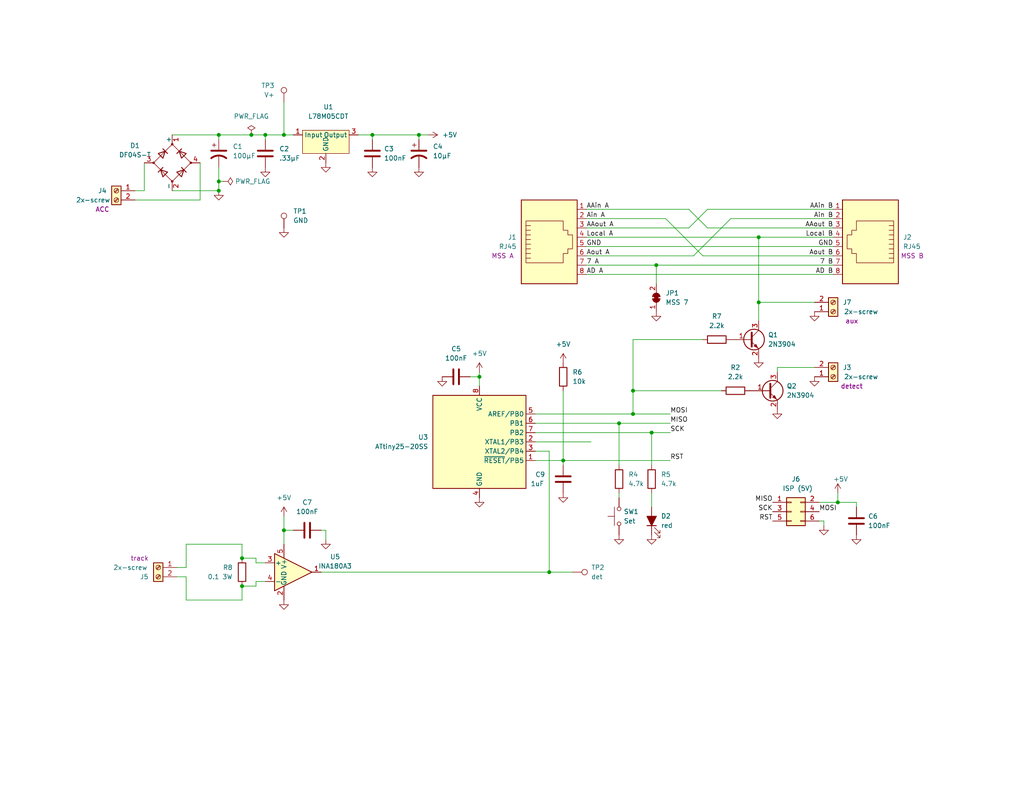
<source format=kicad_sch>
(kicad_sch (version 20230121) (generator eeschema)
  (paper "A")
  (title_block (title "MSS Crossover Node") (date "2024-03-23") (rev "3.0"))
  (lib_symbols
    (symbol "Amplifier_Current:INA180A3" (pin_names (offset 0.127))
      (property "Reference" "U" (at 3.81 3.81 0))
      (property "Value" "INA180A3" (at 3.81 -2.54 0))
      (symbol "INA180A3_0_1"
        (polyline (pts (xy 5.08 0) (xy -5.08 5.08) (xy -5.08 -5.08) (xy 5.08 0)) (stroke (width 0.254)) (fill (type background)))
      )
      (symbol "INA180A3_1_1"
        (pin output line (at 7.62 0 180) (length 2.54) (name "~") (number "1"))
        (pin power_in line (at -2.54 -7.62 90) (length 3.81) (name "GND") (number "2"))
        (pin input line (at -7.62 2.54 0) (length 2.54) (name "+") (number "3"))
        (pin input line (at -7.62 -2.54 0) (length 2.54) (name "-") (number "4"))
        (pin power_in line (at -2.54 7.62 270) (length 3.81) (name "V+") (number "5"))
      )
    )
    (symbol "Connector:8P8C" (pin_names (offset 1.016))
      (property "Reference" "J" (at -5.08 13.97 0))
      (property "Value" "8P8C" (at 2.54 13.97 0))
      (symbol "8P8C_0_1"
        (polyline (pts (xy -5.08 4.445) (xy -6.35 4.445)))
        (polyline (pts (xy -5.08 5.715) (xy -6.35 5.715)))
        (polyline (pts (xy -6.35 -3.175) (xy -5.08 -3.175) (xy -5.08 -3.175)))
        (polyline (pts (xy -6.35 -1.905) (xy -5.08 -1.905) (xy -5.08 -1.905)))
        (polyline (pts (xy -6.35 -0.635) (xy -5.08 -0.635) (xy -5.08 -0.635)))
        (polyline (pts (xy -6.35 0.635) (xy -5.08 0.635) (xy -5.08 0.635)))
        (polyline (pts (xy -6.35 1.905) (xy -5.08 1.905) (xy -5.08 1.905)))
        (polyline (pts (xy -5.08 3.175) (xy -6.35 3.175) (xy -6.35 3.175)))
        (polyline (pts (xy -6.35 -4.445) (xy -6.35 6.985) (xy 3.81 6.985) (xy 3.81 4.445) (xy 5.08 4.445) (xy 5.08 3.175) (xy 6.35 3.175) (xy 6.35 -0.635) (xy 5.08 -0.635) (xy 5.08 -1.905) (xy 3.81 -1.905) (xy 3.81 -4.445) (xy -6.35 -4.445) (xy -6.35 -4.445)))
        (rectangle (start 7.62 12.7) (end -7.62 -10.16) (stroke (width 0.254)) (fill (type background)))
      )
      (symbol "8P8C_1_1"
        (pin passive line (at 10.16 -7.62 180) (length 2.54) (name "~") (number "1"))
        (pin passive line (at 10.16 -5.08 180) (length 2.54) (name "~") (number "2"))
        (pin passive line (at 10.16 -2.54 180) (length 2.54) (name "~") (number "3"))
        (pin passive line (at 10.16 0 180) (length 2.54) (name "~") (number "4"))
        (pin passive line (at 10.16 2.54 180) (length 2.54) (name "~") (number "5"))
        (pin passive line (at 10.16 5.08 180) (length 2.54) (name "~") (number "6"))
        (pin passive line (at 10.16 7.62 180) (length 2.54) (name "~") (number "7"))
        (pin passive line (at 10.16 10.16 180) (length 2.54) (name "~") (number "8"))
      )
    )
    (symbol "Connector:Screw_Terminal_01x02" (pin_names (offset 1.016) hide)
      (property "Reference" "J" (at 0 2.54 0))
      (property "Value" "Screw_Terminal_01x02" (at 0 -5.08 0))
      (symbol "Screw_Terminal_01x02_1_1"
        (rectangle (start -1.27 1.27) (end 1.27 -3.81) (stroke (width 0.254)) (fill (type background)))
        (circle (center 0 -2.54) (radius 0.635) (stroke (width 0.1524)))
        (polyline (pts (xy -0.5334 -2.2098) (xy 0.3302 -3.048)) (stroke (width 0.1524)))
        (polyline (pts (xy -0.5334 0.3302) (xy 0.3302 -0.508)) (stroke (width 0.1524)))
        (polyline (pts (xy -0.3556 -2.032) (xy 0.508 -2.8702)) (stroke (width 0.1524)))
        (polyline (pts (xy -0.3556 0.508) (xy 0.508 -0.3302)) (stroke (width 0.1524)))
        (circle (center 0 0) (radius 0.635) (stroke (width 0.1524)))
        (pin passive line (at -5.08 0 0) (length 3.81) (name "Pin_1") (number "1"))
        (pin passive line (at -5.08 -2.54 0) (length 3.81) (name "Pin_2") (number "2"))
      )
    )
    (symbol "Connector:TestPoint" (pin_numbers hide) (pin_names (offset 0.762) hide)
      (property "Reference" "TP" (at 0 6.858 0))
      (property "Value" "TestPoint" (at 0 5.08 0))
      (symbol "TestPoint_0_1"
        (circle (center 0 3.302) (radius 0.762))
      )
      (symbol "TestPoint_1_1"
        (pin passive line (at 0 0 90) (length 2.54) (name "1") (number "1"))
      )
    )
    (symbol "Connector_Generic:Conn_02x03_Odd_Even" (pin_names (offset 1.016) hide)
      (property "Reference" "J" (at 1.27 5.08 0))
      (property "Value" "Conn_02x03_Odd_Even" (at 1.27 -5.08 0))
      (symbol "Conn_02x03_Odd_Even_1_1"
        (rectangle (start -1.27 -2.413) (end 0 -2.667) (stroke (width 0.1524)))
        (rectangle (start -1.27 0.127) (end 0 -0.127) (stroke (width 0.1524)))
        (rectangle (start -1.27 2.667) (end 0 2.413) (stroke (width 0.1524)))
        (rectangle (start -1.27 3.81) (end 3.81 -3.81) (stroke (width 0.254)) (fill (type background)))
        (rectangle (start 3.81 -2.413) (end 2.54 -2.667) (stroke (width 0.1524)))
        (rectangle (start 3.81 0.127) (end 2.54 -0.127) (stroke (width 0.1524)))
        (rectangle (start 3.81 2.667) (end 2.54 2.413) (stroke (width 0.1524)))
        (pin passive line (at -5.08 2.54 0) (length 3.81) (name "Pin_1") (number "1"))
        (pin passive line (at 7.62 2.54 180) (length 3.81) (name "Pin_2") (number "2"))
        (pin passive line (at -5.08 0 0) (length 3.81) (name "Pin_3") (number "3"))
        (pin passive line (at 7.62 0 180) (length 3.81) (name "Pin_4") (number "4"))
        (pin passive line (at -5.08 -2.54 0) (length 3.81) (name "Pin_5") (number "5"))
        (pin passive line (at 7.62 -2.54 180) (length 3.81) (name "Pin_6") (number "6"))
      )
    )
    (symbol "Device:C" (pin_numbers hide) (pin_names (offset 0.254))
      (property "Reference" "C" (at 0.635 2.54 0))
      (property "Value" "C" (at 0.635 -2.54 0))
      (symbol "C_0_1"
        (polyline (pts (xy -2.032 -0.762) (xy 2.032 -0.762)) (stroke (width 0.508)))
        (polyline (pts (xy -2.032 0.762) (xy 2.032 0.762)) (stroke (width 0.508)))
      )
      (symbol "C_1_1"
        (pin passive line (at 0 3.81 270) (length 2.794) (name "~") (number "1"))
        (pin passive line (at 0 -3.81 90) (length 2.794) (name "~") (number "2"))
      )
    )
    (symbol "Device:C_Polarized_US" (pin_numbers hide) (pin_names (offset 0.254) hide)
      (property "Reference" "C" (at 0.635 2.54 0))
      (property "Value" "C_Polarized_US" (at 0.635 -2.54 0))
      (symbol "C_Polarized_US_0_1"
        (polyline (pts (xy -2.032 0.762) (xy 2.032 0.762)) (stroke (width 0.508)))
        (polyline (pts (xy -1.778 2.286) (xy -0.762 2.286)))
        (polyline (pts (xy -1.27 1.778) (xy -1.27 2.794)))
        (arc (start 2.032 -1.27) (mid 0 -0.5572) (end -2.032 -1.27) (stroke (width 0.508)))
      )
      (symbol "C_Polarized_US_1_1"
        (pin passive line (at 0 3.81 270) (length 2.794) (name "~") (number "1"))
        (pin passive line (at 0 -3.81 90) (length 3.302) (name "~") (number "2"))
      )
    )
    (symbol "Device:D_Bridge_+-AA" (pin_names (offset 0))
      (property "Reference" "D" (at 2.54 6.985 0))
      (property "Value" "D_Bridge_+-AA" (at 2.54 5.08 0))
      (symbol "D_Bridge_+-AA_0_1"
        (circle (center -5.08 0) (radius 0.254) (fill (type outline)))
        (circle (center 0 -5.08) (radius 0.254) (fill (type outline)))
        (polyline (pts (xy -2.54 3.81) (xy -1.27 2.54)) (stroke (width 0.254)))
        (polyline (pts (xy -1.27 -2.54) (xy -2.54 -3.81)) (stroke (width 0.254)))
        (polyline (pts (xy 2.54 -1.27) (xy 3.81 -2.54)) (stroke (width 0.254)))
        (polyline (pts (xy 2.54 1.27) (xy 3.81 2.54)) (stroke (width 0.254)))
        (polyline (pts (xy -3.81 2.54) (xy -2.54 1.27) (xy -1.905 3.175) (xy -3.81 2.54)) (stroke (width 0.254)))
        (polyline (pts (xy -2.54 -1.27) (xy -3.81 -2.54) (xy -1.905 -3.175) (xy -2.54 -1.27)) (stroke (width 0.254)))
        (polyline (pts (xy 1.27 2.54) (xy 2.54 3.81) (xy 3.175 1.905) (xy 1.27 2.54)) (stroke (width 0.254)))
        (polyline (pts (xy 3.175 -1.905) (xy 1.27 -2.54) (xy 2.54 -3.81) (xy 3.175 -1.905)) (stroke (width 0.254)))
        (polyline (pts (xy -5.08 0) (xy 0 -5.08) (xy 5.08 0) (xy 0 5.08) (xy -5.08 0)))
        (circle (center 0 5.08) (radius 0.254) (fill (type outline)))
        (circle (center 5.08 0) (radius 0.254) (fill (type outline)))
      )
      (symbol "D_Bridge_+-AA_1_1"
        (pin passive line (at 7.62 0 180) (length 2.54) (name "+") (number "1"))
        (pin passive line (at -7.62 0 0) (length 2.54) (name "-") (number "2"))
        (pin passive line (at 0 7.62 270) (length 2.54) (name "~") (number "3"))
        (pin passive line (at 0 -7.62 90) (length 2.54) (name "~") (number "4"))
      )
    )
    (symbol "Device:LED_Filled" (pin_numbers hide) (pin_names (offset 1.016) hide)
      (property "Reference" "D" (at 0 2.54 0))
      (property "Value" "LED_Filled" (at 0 -2.54 0))
      (symbol "LED_Filled_0_1"
        (polyline (pts (xy -1.27 -1.27) (xy -1.27 1.27)) (stroke (width 0.254)))
        (polyline (pts (xy -1.27 0) (xy 1.27 0)))
        (polyline (pts (xy 1.27 -1.27) (xy 1.27 1.27) (xy -1.27 0) (xy 1.27 -1.27)) (stroke (width 0.254)) (fill (type outline)))
        (polyline (pts (xy -3.048 -0.762) (xy -4.572 -2.286) (xy -3.81 -2.286) (xy -4.572 -2.286) (xy -4.572 -1.524)))
        (polyline (pts (xy -1.778 -0.762) (xy -3.302 -2.286) (xy -2.54 -2.286) (xy -3.302 -2.286) (xy -3.302 -1.524)))
      )
      (symbol "LED_Filled_1_1"
        (pin passive line (at -3.81 0 0) (length 2.54) (name "K") (number "1"))
        (pin passive line (at 3.81 0 180) (length 2.54) (name "A") (number "2"))
      )
    )
    (symbol "Device:Q_NPN_BEC" (pin_names (offset 0) hide)
      (property "Reference" "Q" (at 5.08 1.27 0))
      (property "Value" "Q_NPN_BEC" (at 5.08 -1.27 0))
      (symbol "Q_NPN_BEC_0_1"
        (polyline (pts (xy 0.635 0.635) (xy 2.54 2.54)))
        (polyline (pts (xy 0.635 -0.635) (xy 2.54 -2.54) (xy 2.54 -2.54)))
        (polyline (pts (xy 0.635 1.905) (xy 0.635 -1.905) (xy 0.635 -1.905)) (stroke (width 0.508)))
        (polyline (pts (xy 1.27 -1.778) (xy 1.778 -1.27) (xy 2.286 -2.286) (xy 1.27 -1.778) (xy 1.27 -1.778)) (fill (type outline)))
        (circle (center 1.27 0) (radius 2.8194) (stroke (width 0.254)))
      )
      (symbol "Q_NPN_BEC_1_1"
        (pin input line (at -5.08 0 0) (length 5.715) (name "B") (number "1"))
        (pin passive line (at 2.54 -5.08 90) (length 2.54) (name "E") (number "2"))
        (pin passive line (at 2.54 5.08 270) (length 2.54) (name "C") (number "3"))
      )
    )
    (symbol "Device:R" (pin_numbers hide) (pin_names (offset 0))
      (property "Reference" "R" (at 2.032 0 90))
      (property "Value" "R" (at 0 0 90))
      (symbol "R_0_1"
        (rectangle (start -1.016 -2.54) (end 1.016 2.54) (stroke (width 0.254)))
      )
      (symbol "R_1_1"
        (pin passive line (at 0 3.81 270) (length 1.27) (name "~") (number "1"))
        (pin passive line (at 0 -3.81 90) (length 1.27) (name "~") (number "2"))
      )
    )
    (symbol "Jumper:SolderJumper_2_Bridged" (pin_names (offset 0) hide)
      (property "Reference" "JP" (at 0 2.032 0))
      (property "Value" "SolderJumper_2_Bridged" (at 0 -2.54 0))
      (symbol "SolderJumper_2_Bridged_0_1"
        (rectangle (start -0.508 0.508) (end 0.508 -0.508) (fill (type outline)))
        (arc (start -0.254 1.016) (mid -1.2656 0) (end -0.254 -1.016))
        (arc (start -0.254 1.016) (mid -1.2656 0) (end -0.254 -1.016) (fill (type outline)))
        (polyline (pts (xy -0.254 1.016) (xy -0.254 -1.016)))
        (polyline (pts (xy 0.254 1.016) (xy 0.254 -1.016)))
        (arc (start 0.254 -1.016) (mid 1.2656 0) (end 0.254 1.016))
        (arc (start 0.254 -1.016) (mid 1.2656 0) (end 0.254 1.016) (fill (type outline)))
      )
      (symbol "SolderJumper_2_Bridged_1_1"
        (pin passive line (at -3.81 0 0) (length 2.54) (name "A") (number "1"))
        (pin passive line (at 3.81 0 180) (length 2.54) (name "B") (number "2"))
      )
    )
    (symbol "MCU_Microchip_ATtiny:ATtiny25-20SS"
      (property "Reference" "U" (at -12.7 13.97 0))
      (property "Value" "ATtiny25-20SS" (at 2.54 -13.97 0))
      (symbol "ATtiny25-20SS_0_1"
        (rectangle (start -12.7 -12.7) (end 12.7 12.7) (stroke (width 0.254)) (fill (type background)))
      )
      (symbol "ATtiny25-20SS_1_1"
        (pin bidirectional line (at 15.24 -5.08 180) (length 2.54) (name "~{RESET}/PB5") (number "1"))
        (pin bidirectional line (at 15.24 0 180) (length 2.54) (name "XTAL1/PB3") (number "2"))
        (pin bidirectional line (at 15.24 -2.54 180) (length 2.54) (name "XTAL2/PB4") (number "3"))
        (pin power_in line (at 0 -15.24 90) (length 2.54) (name "GND") (number "4"))
        (pin bidirectional line (at 15.24 7.62 180) (length 2.54) (name "AREF/PB0") (number "5"))
        (pin bidirectional line (at 15.24 5.08 180) (length 2.54) (name "PB1") (number "6"))
        (pin bidirectional line (at 15.24 2.54 180) (length 2.54) (name "PB2") (number "7"))
        (pin power_in line (at 0 15.24 270) (length 2.54) (name "VCC") (number "8"))
      )
    )
    (symbol "Switch:SW_Push" (pin_numbers hide) (pin_names (offset 1.016) hide)
      (property "Reference" "SW" (at 1.27 2.54 0))
      (property "Value" "SW_Push" (at 0 -1.524 0))
      (symbol "SW_Push_0_1"
        (circle (center -2.032 0) (radius 0.508))
        (polyline (pts (xy 0 1.27) (xy 0 3.048)))
        (polyline (pts (xy 2.54 1.27) (xy -2.54 1.27)))
        (circle (center 2.032 0) (radius 0.508))
        (pin passive line (at -5.08 0 0) (length 2.54) (name "1") (number "1"))
        (pin passive line (at 5.08 0 180) (length 2.54) (name "2") (number "2"))
      )
    )
    (symbol "myLib:L78M05CDT"
      (property "Reference" "U" (at -5.334 5.969 0))
      (property "Value" "L78M05CDT" (at -0.381 3.81 0))
      (symbol "L78M05CDT_0_1"
        (rectangle (start -6.35 1.27) (end 6.35 -5.08) (fill (type background)))
      )
      (symbol "L78M05CDT_1_1"
        (pin power_in line (at -8.89 0 0) (length 2.54) (name "Input") (number "1"))
        (pin power_in line (at 0 -7.62 90) (length 2.54) (name "GND") (number "2"))
        (pin power_out line (at 8.89 0 180) (length 2.54) (name "Output") (number "3"))
      )
    )
    (symbol "power:+5V" (power) (pin_names (offset 0))
      (property "Value" "+5V" (at 0 3.556 0))
      (symbol "+5V_0_1"
        (polyline (pts (xy -0.762 1.27) (xy 0 2.54)))
        (polyline (pts (xy 0 0) (xy 0 2.54)))
        (polyline (pts (xy 0 2.54) (xy 0.762 1.27)))
      )
      (symbol "+5V_1_1"
        (pin power_in line (at 0 0 90) (length 0) hide (name "+5V") (number "1"))
      )
    )
    (symbol "power:GND" (power) (pin_names (offset 0))
      (property "Value" "GND" (at 0 -3.81 0))
      (symbol "GND_0_1"
        (polyline (pts (xy 0 0) (xy 0 -1.27) (xy 1.27 -1.27) (xy 0 -2.54) (xy -1.27 -1.27) (xy 0 -1.27)))
      )
      (symbol "GND_1_1"
        (pin power_in line (at 0 0 270) (length 0) hide (name "GND") (number "1"))
      )
    )
    (symbol "power:PWR_FLAG" (power) (pin_numbers hide) (pin_names (offset 0) hide)
      (property "Value" "PWR_FLAG" (at 0 3.81 0))
      (symbol "PWR_FLAG_0_0"
        (pin power_out line (at 0 0 90) (length 0) (name "pwr") (number "1"))
      )
      (symbol "PWR_FLAG_0_1"
        (polyline (pts (xy 0 0) (xy 0 1.27) (xy -1.016 1.905) (xy 0 2.54) (xy 1.016 1.905) (xy 0 1.27)))
      )
    )
  )
  (junction (at 130.81 102.87))
  (junction (at 177.8 118.11))
  (junction (at 66.04 152.4))
  (junction (at 77.47 144.78))
  (junction (at 207.01 82.55))
  (junction (at 66.04 160.02))
  (junction (at 59.69 36.83))
  (junction (at 153.67 125.73))
  (junction (at 77.47 36.83))
  (junction (at 114.3 36.83))
  (junction (at 172.72 113.03))
  (junction (at 207.01 64.77))
  (junction (at 149.86 156.21))
  (junction (at 72.39 36.83))
  (junction (at 179.07 72.39))
  (junction (at 228.6 137.16))
  (junction (at 172.72 106.68))
  (junction (at 68.58 36.83))
  (junction (at 59.69 52.07))
  (junction (at 59.69 49.53))
  (junction (at 168.91 115.57))
  (junction (at 101.6 36.83))
  (wire (pts (xy 146.05 113.03) (xy 172.72 113.03)))
  (wire (pts (xy 50.8 163.83) (xy 50.8 157.48)))
  (wire (pts (xy 156.21 156.21) (xy 149.86 156.21)))
  (wire (pts (xy 160.02 64.77) (xy 207.01 64.77)))
  (wire (pts (xy 36.83 54.61) (xy 54.61 54.61)))
  (wire (pts (xy 207.01 82.55) (xy 222.25 82.55)))
  (wire (pts (xy 39.37 44.45) (xy 39.37 52.07)))
  (wire (pts (xy 193.04 57.15) (xy 227.33 57.15)))
  (wire (pts (xy 187.96 57.15) (xy 193.04 62.23)))
  (wire (pts (xy 223.52 137.16) (xy 228.6 137.16)))
  (wire (pts (xy 46.99 36.83) (xy 59.69 36.83)))
  (wire (pts (xy 66.04 160.02) (xy 69.85 160.02)))
  (wire (pts (xy 160.02 62.23) (xy 187.96 62.23)))
  (wire (pts (xy 160.02 69.85) (xy 189.23 69.85)))
  (wire (pts (xy 72.39 36.83) (xy 72.39 38.1)))
  (wire (pts (xy 161.29 120.65) (xy 146.05 120.65)))
  (wire (pts (xy 146.05 123.19) (xy 149.86 123.19)))
  (wire (pts (xy 101.6 36.83) (xy 114.3 36.83)))
  (wire (pts (xy 168.91 115.57) (xy 182.88 115.57)))
  (wire (pts (xy 87.63 144.78) (xy 88.9 144.78)))
  (wire (pts (xy 160.02 74.93) (xy 227.33 74.93)))
  (wire (pts (xy 179.07 72.39) (xy 227.33 72.39)))
  (wire (pts (xy 68.58 36.83) (xy 72.39 36.83)))
  (wire (pts (xy 228.6 134.62) (xy 228.6 137.16)))
  (wire (pts (xy 77.47 140.97) (xy 77.47 144.78)))
  (wire (pts (xy 228.6 137.16) (xy 233.68 137.16)))
  (wire (pts (xy 77.47 144.78) (xy 80.01 144.78)))
  (wire (pts (xy 130.81 101.6) (xy 130.81 102.87)))
  (wire (pts (xy 182.88 113.03) (xy 172.72 113.03)))
  (wire (pts (xy 224.79 143.51) (xy 224.79 142.24)))
  (wire (pts (xy 212.09 100.33) (xy 212.09 101.6)))
  (wire (pts (xy 87.63 156.21) (xy 149.86 156.21)))
  (wire (pts (xy 160.02 67.31) (xy 227.33 67.31)))
  (wire (pts (xy 72.39 36.83) (xy 77.47 36.83)))
  (wire (pts (xy 66.04 152.4) (xy 69.85 152.4)))
  (wire (pts (xy 69.85 158.75) (xy 72.39 158.75)))
  (wire (pts (xy 160.02 59.69) (xy 181.61 59.69)))
  (wire (pts (xy 66.04 163.83) (xy 66.04 160.02)))
  (wire (pts (xy 101.6 36.83) (xy 101.6 38.1)))
  (wire (pts (xy 54.61 44.45) (xy 54.61 54.61)))
  (wire (pts (xy 160.02 57.15) (xy 187.96 57.15)))
  (wire (pts (xy 146.05 125.73) (xy 153.67 125.73)))
  (wire (pts (xy 97.79 36.83) (xy 101.6 36.83)))
  (wire (pts (xy 130.81 102.87) (xy 130.81 105.41)))
  (wire (pts (xy 168.91 115.57) (xy 168.91 127)))
  (wire (pts (xy 46.99 52.07) (xy 59.69 52.07)))
  (wire (pts (xy 69.85 152.4) (xy 69.85 153.67)))
  (wire (pts (xy 146.05 115.57) (xy 168.91 115.57)))
  (wire (pts (xy 207.01 64.77) (xy 207.01 82.55)))
  (wire (pts (xy 172.72 92.71) (xy 172.72 106.68)))
  (wire (pts (xy 172.72 106.68) (xy 172.72 113.03)))
  (wire (pts (xy 66.04 148.59) (xy 66.04 152.4)))
  (wire (pts (xy 177.8 118.11) (xy 177.8 127)))
  (wire (pts (xy 181.61 59.69) (xy 191.77 69.85)))
  (wire (pts (xy 207.01 64.77) (xy 227.33 64.77)))
  (wire (pts (xy 160.02 72.39) (xy 179.07 72.39)))
  (wire (pts (xy 69.85 160.02) (xy 69.85 158.75)))
  (wire (pts (xy 77.47 36.83) (xy 80.01 36.83)))
  (wire (pts (xy 59.69 36.83) (xy 59.69 38.1)))
  (wire (pts (xy 114.3 36.83) (xy 116.84 36.83)))
  (wire (pts (xy 153.67 125.73) (xy 153.67 127)))
  (wire (pts (xy 168.91 134.62) (xy 168.91 135.89)))
  (wire (pts (xy 114.3 36.83) (xy 114.3 38.1)))
  (wire (pts (xy 50.8 157.48) (xy 48.26 157.48)))
  (wire (pts (xy 50.8 154.94) (xy 50.8 148.59)))
  (wire (pts (xy 199.39 59.69) (xy 227.33 59.69)))
  (wire (pts (xy 187.96 62.23) (xy 193.04 57.15)))
  (wire (pts (xy 128.27 102.87) (xy 130.81 102.87)))
  (wire (pts (xy 59.69 36.83) (xy 68.58 36.83)))
  (wire (pts (xy 36.83 52.07) (xy 39.37 52.07)))
  (wire (pts (xy 224.79 142.24) (xy 223.52 142.24)))
  (wire (pts (xy 153.67 106.68) (xy 153.67 125.73)))
  (wire (pts (xy 177.8 134.62) (xy 177.8 138.43)))
  (wire (pts (xy 59.69 49.53) (xy 59.69 52.07)))
  (wire (pts (xy 50.8 163.83) (xy 66.04 163.83)))
  (wire (pts (xy 69.85 153.67) (xy 72.39 153.67)))
  (wire (pts (xy 191.77 69.85) (xy 227.33 69.85)))
  (wire (pts (xy 191.77 92.71) (xy 172.72 92.71)))
  (wire (pts (xy 48.26 154.94) (xy 50.8 154.94)))
  (wire (pts (xy 149.86 123.19) (xy 149.86 156.21)))
  (wire (pts (xy 196.85 106.68) (xy 172.72 106.68)))
  (wire (pts (xy 179.07 72.39) (xy 179.07 77.47)))
  (wire (pts (xy 146.05 118.11) (xy 177.8 118.11)))
  (wire (pts (xy 59.69 49.53) (xy 60.96 49.53)))
  (wire (pts (xy 153.67 125.73) (xy 182.88 125.73)))
  (wire (pts (xy 222.25 100.33) (xy 212.09 100.33)))
  (wire (pts (xy 193.04 62.23) (xy 227.33 62.23)))
  (wire (pts (xy 77.47 144.78) (xy 77.47 148.59)))
  (wire (pts (xy 50.8 148.59) (xy 66.04 148.59)))
  (wire (pts (xy 189.23 69.85) (xy 199.39 59.69)))
  (wire (pts (xy 207.01 82.55) (xy 207.01 87.63)))
  (wire (pts (xy 177.8 118.11) (xy 182.88 118.11)))
  (wire (pts (xy 59.69 45.72) (xy 59.69 49.53)))
  (wire (pts (xy 233.68 137.16) (xy 233.68 138.43)))
  (wire (pts (xy 77.47 27.94) (xy 77.47 36.83)))
  (wire (pts (xy 88.9 144.78) (xy 88.9 147.32)))
  (label "Ain B" (at 227.33 59.69 180))
  (label "MOSI" (at 223.52 139.7 0))
  (label "MISO" (at 210.82 137.16 180))
  (label "AAout B" (at 227.33 62.23 180))
  (label "RST" (at 210.82 142.24 180))
  (label "Aout B" (at 227.33 69.85 180))
  (label "AD A" (at 160.02 74.93 0))
  (label "SCK" (at 182.88 118.11 0))
  (label "RST" (at 182.88 125.73 0))
  (label "AD B" (at 227.33 74.93 180))
  (label "GND" (at 227.33 67.31 180))
  (label "GND" (at 160.02 67.31 0))
  (label "SCK" (at 210.82 139.7 180))
  (label "Aout A" (at 160.02 69.85 0))
  (label "Ain A" (at 160.02 59.69 0))
  (label "Local B" (at 227.33 64.77 180))
  (label "AAin A" (at 160.02 57.15 0))
  (label "MISO" (at 182.88 115.57 0))
  (label "AAout A" (at 160.02 62.23 0))
  (label "Local A" (at 160.02 64.77 0))
  (label "7 B" (at 227.33 72.39 180))
  (label "AAin B" (at 227.33 57.15 180))
  (label "MOSI" (at 182.88 113.03 0))
  (label "7 A" (at 160.02 72.39 0))
  (symbol (lib_id "Device:C") (at 124.46 102.87 90) (unit 1)
    (property "Reference" "C5" (at 124.46 95.25 90))
    (property "Value" "100nF" (at 124.46 97.79 90))
    (property "Footprint" "Capacitor_SMD:C_0805_2012Metric_Pad1.18x1.45mm_HandSolder" (effects hide))
    (property "MPN" "CL21B104KBCNNNC" (effects hide))
  )
  (symbol (lib_id "Device:R") (at 168.91 130.81 0) (unit 1)
    (property "Reference" "R4" (at 171.45 129.5399 0) (effects (justify left)))
    (property "Value" "4.7k" (at 171.45 132.0799 0) (effects (justify left)))
    (property "Footprint" "Resistor_SMD:R_0805_2012Metric_Pad1.20x1.40mm_HandSolder" (effects hide))
    (property "MPN" "RC0805FR-104K7L" (effects hide))
  )
  (symbol (lib_id "power:GND") (at 88.9 147.32 0) (unit 1)
    (property "Reference" "#PWR016" (effects hide))
    (property "Value" "GND" (effects hide))
  )
  (symbol (lib_id "power:GND") (at 179.07 85.09 0) (unit 1)
    (property "Reference" "#PWR021" (effects hide))
    (property "Value" "GND" (effects hide))
  )
  (symbol (lib_id "Device:C") (at 153.67 130.81 180) (unit 1)
    (property "Reference" "C9" (at 146.05 129.54 0) (effects (justify right)))
    (property "Value" "1uF" (at 144.78 132.08 0) (effects (justify right)))
    (property "Footprint" "Capacitor_SMD:C_0805_2012Metric_Pad1.18x1.45mm_HandSolder" (effects hide))
    (property "MPN" "CL21B104KBCNNNC" (effects hide))
  )
  (symbol (lib_id "Device:R") (at 195.58 92.71 90) (unit 1)
    (property "Reference" "R7" (at 195.58 86.36 90))
    (property "Value" "2.2k" (at 195.58 88.9 90))
    (property "Footprint" "Resistor_SMD:R_0805_2012Metric_Pad1.20x1.40mm_HandSolder" (effects hide))
    (property "MPN" "RC0805FR-101KL" (effects hide))
  )
  (symbol (lib_id "Jumper:SolderJumper_2_Bridged") (at 179.07 81.28 90) (unit 1) (in_bom no)
    (property "Reference" "JP1" (at 181.61 80.01 90) (effects (justify right)))
    (property "Value" "MSS 7" (at 181.61 82.55 90) (effects (justify right)))
    (property "Footprint" "Jumper:SolderJumper-2_P1.3mm_Bridged_RoundedPad1.0x1.5mm" (effects hide))
  )
  (symbol (lib_id "power:GND") (at 222.25 85.09 0) (unit 1)
    (property "Reference" "#PWR023" (effects hide))
    (property "Value" "GND" (effects hide))
  )
  (symbol (lib_id "power:+5V") (at 153.67 99.06 0) (unit 1)
    (property "Reference" "#PWR024" (effects hide))
    (property "Value" "+5V" (at 153.67 93.98 0))
  )
  (symbol (lib_id "Connector:TestPoint") (at 77.47 27.94 0) (unit 1) (in_bom no)
    (property "Reference" "TP3" (at 74.93 23.368 0) (effects (justify right)))
    (property "Value" "V+" (at 74.93 25.908 0) (effects (justify right)))
    (property "Footprint" "TestPoint:TestPoint_THTPad_1.5x1.5mm_Drill0.7mm" (effects hide))
  )
  (symbol (lib_id "Connector:TestPoint") (at 156.21 156.21 270) (unit 1) (in_bom no)
    (property "Reference" "TP2" (at 161.29 154.94 90) (effects (justify left)))
    (property "Value" "det" (at 161.29 157.48 90) (effects (justify left)))
    (property "Footprint" "TestPoint:TestPoint_THTPad_1.5x1.5mm_Drill0.7mm" (effects hide))
  )
  (symbol (lib_id "Device:Q_NPN_BEC") (at 209.55 106.68 0) (unit 1)
    (property "Reference" "Q2" (at 214.63 105.41 0) (effects (justify left)))
    (property "Value" "2N3904" (at 214.63 107.95 0) (effects (justify left)))
    (property "Footprint" "Package_TO_SOT_SMD:SOT-23" (effects hide))
    (property "Datasheet" "https://www.diodes.com/assets/Datasheets/MMBT3904.pdf" (effects hide))
    (property "MPN" "MMBT3904-7-F" (effects hide))
  )
  (symbol (lib_id "Connector:Screw_Terminal_01x02") (at 227.33 85.09 0) (mirror x) (unit 1)
    (property "Reference" "J7" (at 231.14 82.55 0))
    (property "Value" "2x-screw" (at 234.95 85.09 0))
    (property "Footprint" "Imports:CUI_TB003-500-P02BE" (effects hide))
    (property "Label" "aux" (at 232.41 87.63 0))
    (property "MPN" "TB003-500-P02BE" (effects hide))
  )
  (symbol (lib_id "power:GND") (at 207.01 97.79 0) (unit 1)
    (property "Reference" "#PWR07" (effects hide))
    (property "Value" "GND" (effects hide))
  )
  (symbol (lib_id "power:GND") (at 130.81 135.89 0) (unit 1)
    (property "Reference" "#PWR014" (effects hide))
    (property "Value" "GND" (effects hide))
  )
  (symbol (lib_id "Device:D_Bridge_+-AA") (at 46.99 44.45 90) (unit 1)
    (property "Reference" "D1" (at 36.83 39.751 90))
    (property "Value" "DF04S-T" (at 36.83 42.291 90))
    (property "Footprint" "Diode_SMD:Diode_Bridge_Vishay_DFS" (effects hide))
    (property "MPN" "DF04S-T" (effects hide))
  )
  (symbol (lib_id "power:+5V") (at 130.81 101.6 0) (unit 1)
    (property "Reference" "#PWR09" (effects hide))
    (property "Value" "+5V" (at 130.81 96.52 0))
  )
  (symbol (lib_id "Connector:Screw_Terminal_01x02") (at 43.18 154.94 0) (mirror y) (unit 1)
    (property "Reference" "J5" (at 39.37 157.48 0))
    (property "Value" "2x-screw" (at 35.56 154.94 0))
    (property "Footprint" "Imports:CUI_TB003-500-P02BE" (effects hide))
    (property "Label" "track" (at 38.1 152.4 0))
    (property "MPN" "TB003-500-P02BE" (effects hide))
  )
  (symbol (lib_id "Device:LED_Filled") (at 177.8 142.24 90) (unit 1)
    (property "Reference" "D2" (at 180.34 140.9064 90) (effects (justify right)))
    (property "Value" "red" (at 180.34 143.4464 90) (effects (justify right)))
    (property "Footprint" "LED_SMD:LED_0805_2012Metric_Pad1.15x1.40mm_HandSolder" (effects hide))
    (property "MPN" "LTST-C170KRKT" (effects hide))
  )
  (symbol (lib_id "power:GND") (at 88.9 44.45 0) (unit 1)
    (property "Reference" "#PWR02" (effects hide))
    (property "Value" "GND" (effects hide))
  )
  (symbol (lib_id "power:GND") (at 153.67 134.62 0) (unit 1)
    (property "Reference" "#PWR022" (effects hide))
    (property "Value" "GND" (effects hide))
  )
  (symbol (lib_id "power:+5V") (at 228.6 134.62 0) (unit 1)
    (property "Reference" "#PWR011" (effects hide))
    (property "Value" "+5V" (at 227.33 130.81 0) (effects (justify left)))
  )
  (symbol (lib_id "Device:R") (at 66.04 156.21 0) (unit 1)
    (property "Reference" "R8" (at 63.5 154.94 0) (effects (justify right)))
    (property "Value" "0.1 3W" (at 63.5 157.48 0) (effects (justify right)))
    (property "Footprint" "Resistor_SMD:R_2512_6332Metric" (effects hide))
    (property "MPN" "CRA2512-FZ-R100ELF" (effects hide))
  )
  (symbol (lib_id "power:GND") (at 168.91 146.05 0) (unit 1)
    (property "Reference" "#PWR018" (effects hide))
    (property "Value" "GND" (effects hide))
  )
  (symbol (lib_id "Connector:8P8C") (at 149.86 64.77 0) (mirror x) (unit 1)
    (property "Reference" "J1" (at 140.97 64.7699 0) (effects (justify right)))
    (property "Value" "RJ45" (at 140.97 67.3099 0) (effects (justify right)))
    (property "Footprint" "myMods:MJ3221-88" (effects hide))
    (property "Label" "MSS A" (at 137.16 69.85 0))
    (property "MPN" "MJ3221-88" (effects hide))
  )
  (symbol (lib_id "Device:C") (at 72.39 41.91 0) (unit 1)
    (property "Reference" "C2" (at 76.2 40.64 0) (effects (justify left)))
    (property "Value" ".33µF" (at 76.2 43.18 0) (effects (justify left)))
    (property "Footprint" "Capacitor_SMD:C_0805_2012Metric_Pad1.18x1.45mm_HandSolder" (effects hide))
    (property "MPN" "CL21B334KBFNNNE" (effects hide))
  )
  (symbol (lib_id "Connector_Generic:Conn_02x03_Odd_Even") (at 215.9 139.7 0) (unit 1) (in_bom no)
    (property "Reference" "J6" (at 217.17 130.81 0))
    (property "Value" " ISP (5V)" (at 217.17 133.35 0))
    (property "Footprint" "myMods:skedd-6-debugging" (effects hide))
    (property "Datasheet" "https://www.digikey.com/en/htmldatasheets/production/2705664/0/0/1/490107670612-drawing" (effects hide))
  )
  (symbol (lib_id "power:GND") (at 77.47 62.23 0) (unit 1)
    (property "Reference" "#PWR025" (effects hide))
    (property "Value" "GND" (effects hide))
  )
  (symbol (lib_id "power:+5V") (at 116.84 36.83 270) (unit 1)
    (property "Reference" "#PWR01" (effects hide))
    (property "Value" "+5V" (at 120.65 36.8299 90) (effects (justify left)))
  )
  (symbol (lib_id "power:GND") (at 120.65 102.87 0) (unit 1)
    (property "Reference" "#PWR010" (effects hide))
    (property "Value" "GND" (effects hide))
  )
  (symbol (lib_id "power:GND") (at 212.09 111.76 0) (unit 1)
    (property "Reference" "#PWR026" (effects hide))
    (property "Value" "GND" (effects hide))
  )
  (symbol (lib_id "Connector:Screw_Terminal_01x02") (at 31.75 52.07 0) (mirror y) (unit 1)
    (property "Reference" "J4" (at 27.94 52.07 0))
    (property "Value" "2x-screw" (at 25.4 54.61 0))
    (property "Footprint" "Imports:CUI_TB003-500-P02BE" (effects hide))
    (property "Label" "ACC" (at 27.94 57.15 0))
    (property "MPN" "TB003-500-P02BE" (effects hide))
  )
  (symbol (lib_id "power:GND") (at 59.69 52.07 0) (unit 1)
    (property "Reference" "#PWR06" (effects hide))
    (property "Value" "GND" (effects hide))
  )
  (symbol (lib_id "power:PWR_FLAG") (at 68.58 36.83 0) (unit 1)
    (property "Reference" "#FLG01" (effects hide))
    (property "Value" "PWR_FLAG" (at 68.58 31.75 0))
  )
  (symbol (lib_id "Device:Q_NPN_BEC") (at 204.47 92.71 0) (unit 1)
    (property "Reference" "Q1" (at 209.55 91.44 0) (effects (justify left)))
    (property "Value" "2N3904" (at 209.55 93.98 0) (effects (justify left)))
    (property "Footprint" "Package_TO_SOT_SMD:SOT-23" (effects hide))
    (property "Datasheet" "https://www.diodes.com/assets/Datasheets/MMBT3904.pdf" (effects hide))
    (property "MPN" "MMBT3904-7-F" (effects hide))
  )
  (symbol (lib_id "power:GND") (at 222.25 102.87 0) (unit 1)
    (property "Reference" "#PWR027" (effects hide))
    (property "Value" "GND" (effects hide))
  )
  (symbol (lib_id "Connector:8P8C") (at 237.49 64.77 180) (unit 1)
    (property "Reference" "J2" (at 246.38 64.7699 0) (effects (justify right)))
    (property "Value" "RJ45" (at 246.38 67.3099 0) (effects (justify right)))
    (property "Footprint" "myMods:MJ3221-88" (effects hide))
    (property "Label" "MSS B" (at 248.92 69.85 0))
    (property "MPN" "MJ3221-88" (effects hide))
  )
  (symbol (lib_id "power:GND") (at 72.39 45.72 0) (unit 1)
    (property "Reference" "#PWR03" (effects hide))
    (property "Value" "GND" (effects hide))
  )
  (symbol (lib_id "Device:C_Polarized_US") (at 59.69 41.91 0) (unit 1)
    (property "Reference" "C1" (at 63.5 40.005 0) (effects (justify left)))
    (property "Value" "100µF" (at 63.5 42.545 0) (effects (justify left)))
    (property "Footprint" "Capacitor_SMD:CP_Elec_6.3x7.7" (effects hide))
    (property "MPN" "EEV107M035A9HAA" (effects hide))
  )
  (symbol (lib_id "Device:C") (at 101.6 41.91 180) (unit 1)
    (property "Reference" "C3" (at 104.775 40.6399 0) (effects (justify right)))
    (property "Value" "100nF" (at 104.775 43.1799 0) (effects (justify right)))
    (property "Footprint" "Capacitor_SMD:C_0805_2012Metric_Pad1.18x1.45mm_HandSolder" (effects hide))
    (property "MPN" "CL21B104KBCNNNC" (effects hide))
  )
  (symbol (lib_id "power:PWR_FLAG") (at 60.96 49.53 270) (unit 1)
    (property "Reference" "#FLG02" (effects hide))
    (property "Value" "PWR_FLAG" (at 64.135 49.5299 90) (effects (justify left)))
  )
  (symbol (lib_id "Connector:Screw_Terminal_01x02") (at 227.33 102.87 0) (mirror x) (unit 1)
    (property "Reference" "J3" (at 231.14 100.33 0))
    (property "Value" "2x-screw" (at 234.95 102.87 0))
    (property "Footprint" "Imports:CUI_TB003-500-P02BE" (effects hide))
    (property "Label" "detect" (at 232.41 105.41 0))
    (property "MPN" "TB003-500-P02BE" (effects hide))
  )
  (symbol (lib_id "Device:C") (at 233.68 142.24 180) (unit 1)
    (property "Reference" "C6" (at 236.855 140.9699 0) (effects (justify right)))
    (property "Value" "100nF" (at 236.855 143.5099 0) (effects (justify right)))
    (property "Footprint" "Capacitor_SMD:C_0805_2012Metric_Pad1.18x1.45mm_HandSolder" (effects hide))
    (property "MPN" "CL21B104KBCNNNC" (effects hide))
  )
  (symbol (lib_id "myLib:L78M05CDT") (at 88.9 36.83 0) (unit 1)
    (property "Reference" "U1" (at 89.5985 29.21 0))
    (property "Value" "L78M05CDT" (at 89.5985 31.75 0))
    (property "Footprint" "Package_TO_SOT_SMD:TO-252-2" (effects hide))
    (property "Datasheet" "https://www.st.com/content/ccc/resource/technical/document/datasheet/d7/5f/dc/5c/d5/b6/48/7c/CD00000447.pdf/files/CD00000447.pdf/jcr:content/translations/en.CD00000447.pdf" (effects hide))
    (property "MPN" "L78M05CDT-TR" (effects hide))
  )
  (symbol (lib_id "Device:R") (at 153.67 102.87 0) (unit 1)
    (property "Reference" "R6" (at 156.21 101.6 0) (effects (justify left)))
    (property "Value" "10k" (at 156.21 104.14 0) (effects (justify left)))
    (property "Footprint" "Resistor_SMD:R_0805_2012Metric_Pad1.20x1.40mm_HandSolder" (effects hide))
    (property "MPN" "RC0805FR-0739KL" (effects hide))
  )
  (symbol (lib_id "MCU_Microchip_ATtiny:ATtiny25-20SS") (at 130.81 120.65 0) (unit 1)
    (property "Reference" "U3" (at 116.84 119.3799 0) (effects (justify right)))
    (property "Value" "ATtiny25-20SS" (at 116.84 121.9199 0) (effects (justify right)))
    (property "Footprint" "Package_SO:SOIC-8_3.9x4.9mm_P1.27mm" (effects hide))
    (property "Datasheet" "http://ww1.microchip.com/downloads/en/DeviceDoc/atmel-2586-avr-8-bit-microcontroller-attiny25-attiny45-attiny85_datasheet.pdf" (effects hide))
    (property "MPN" "ATtiny25-20SSU" (effects hide))
  )
  (symbol (lib_id "power:GND") (at 114.3 45.72 0) (unit 1)
    (property "Reference" "#PWR05" (effects hide))
    (property "Value" "GND" (effects hide))
  )
  (symbol (lib_id "Device:R") (at 177.8 130.81 0) (unit 1)
    (property "Reference" "R5" (at 180.34 129.5399 0) (effects (justify left)))
    (property "Value" "4.7k" (at 180.34 132.0799 0) (effects (justify left)))
    (property "Footprint" "Resistor_SMD:R_0805_2012Metric_Pad1.20x1.40mm_HandSolder" (effects hide))
    (property "MPN" "RC0805FR-104K7L" (effects hide))
  )
  (symbol (lib_id "Connector:TestPoint") (at 77.47 62.23 0) (unit 1) (in_bom no)
    (property "Reference" "TP1" (at 80.01 57.658 0) (effects (justify left)))
    (property "Value" "GND" (at 80.01 60.198 0) (effects (justify left)))
    (property "Footprint" "TestPoint:TestPoint_THTPad_1.5x1.5mm_Drill0.7mm" (effects hide))
  )
  (symbol (lib_id "Device:R") (at 200.66 106.68 90) (unit 1)
    (property "Reference" "R2" (at 200.66 100.33 90))
    (property "Value" "2.2k" (at 200.66 102.87 90))
    (property "Footprint" "Resistor_SMD:R_0805_2012Metric_Pad1.20x1.40mm_HandSolder" (effects hide))
    (property "MPN" "RC0805FR-101KL" (effects hide))
  )
  (symbol (lib_id "power:GND") (at 224.79 143.51 0) (unit 1)
    (property "Reference" "#PWR013" (effects hide))
    (property "Value" "GND" (effects hide))
  )
  (symbol (lib_id "Amplifier_Current:INA180A3") (at 80.01 156.21 0) (unit 1)
    (property "Reference" "U5" (at 91.44 152.0191 0))
    (property "Value" "INA180A3" (at 91.44 154.5591 0))
    (property "Footprint" "Package_TO_SOT_SMD:SOT-23-5" (effects hide))
    (property "Datasheet" "http://www.ti.com/lit/ds/symlink/ina180.pdf" (effects hide))
    (property "MPN" "INA180A3IDBVR" (effects hide))
  )
  (symbol (lib_id "Device:C") (at 83.82 144.78 90) (unit 1)
    (property "Reference" "C7" (at 83.82 137.16 90))
    (property "Value" "100nF" (at 83.82 139.7 90))
    (property "Footprint" "Capacitor_SMD:C_0805_2012Metric_Pad1.18x1.45mm_HandSolder" (effects hide))
    (property "MPN" "CL21B104KBCNNNC" (effects hide))
  )
  (symbol (lib_id "power:+5V") (at 77.47 140.97 0) (unit 1)
    (property "Reference" "#PWR020" (effects hide))
    (property "Value" "+5V" (at 77.47 135.89 0))
  )
  (symbol (lib_id "power:GND") (at 177.8 146.05 0) (unit 1)
    (property "Reference" "#PWR019" (effects hide))
    (property "Value" "GND" (effects hide))
  )
  (symbol (lib_id "power:GND") (at 233.68 146.05 0) (unit 1)
    (property "Reference" "#PWR012" (effects hide))
    (property "Value" "GND" (effects hide))
  )
  (symbol (lib_id "power:GND") (at 101.6 45.72 0) (unit 1)
    (property "Reference" "#PWR04" (effects hide))
    (property "Value" "GND" (effects hide))
  )
  (symbol (lib_id "Device:C_Polarized_US") (at 114.3 41.91 0) (unit 1)
    (property "Reference" "C4" (at 118.11 40.005 0) (effects (justify left)))
    (property "Value" "10µF" (at 118.11 42.545 0) (effects (justify left)))
    (property "Footprint" "Capacitor_SMD:CP_Elec_4x5.7" (effects hide))
    (property "MPN" "EEV106M035A9BAA" (effects hide))
  )
  (symbol (lib_id "power:GND") (at 77.47 163.83 0) (unit 1)
    (property "Reference" "#PWR015" (effects hide))
    (property "Value" "GND" (effects hide))
  )
  (symbol (lib_id "Switch:SW_Push") (at 168.91 140.97 90) (unit 1)
    (property "Reference" "SW1" (at 170.18 139.6999 90) (effects (justify right)))
    (property "Value" "Set" (at 170.18 142.2399 90) (effects (justify right)))
    (property "Footprint" "SW_Push_1P1T_NO_CK_KMR2" (effects hide))
    (property "MPN" "KMR211NG LFS" (effects hide))
  )
)
</source>
